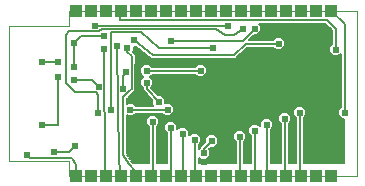
<source format=gbl>
G75*
%MOIN*%
%OFA0B0*%
%FSLAX24Y24*%
%IPPOS*%
%LPD*%
%AMOC8*
5,1,8,0,0,1.08239X$1,22.5*
%
%ADD10C,0.0000*%
%ADD11R,0.0396X0.0396*%
%ADD12C,0.0240*%
%ADD13C,0.0051*%
D10*
X001026Y001006D02*
X003026Y001006D01*
X003026Y000506D01*
X012626Y000506D01*
X012626Y006006D01*
X003026Y006006D01*
X003026Y005506D01*
X001026Y005506D01*
X001026Y001006D01*
D11*
X003275Y000505D03*
X003776Y000506D03*
X004276Y000506D03*
X004776Y000506D03*
X005276Y000506D03*
X005776Y000506D03*
X006276Y000506D03*
X006776Y000506D03*
X007276Y000506D03*
X007776Y000506D03*
X008276Y000506D03*
X008776Y000506D03*
X009276Y000506D03*
X009776Y000506D03*
X010276Y000506D03*
X010776Y000506D03*
X011276Y000506D03*
X011776Y000506D03*
X011776Y006006D03*
X011276Y006006D03*
X010776Y006006D03*
X010276Y006006D03*
X009776Y006006D03*
X009276Y006006D03*
X008776Y006006D03*
X008276Y006006D03*
X007776Y006006D03*
X007276Y006006D03*
X006776Y006006D03*
X006276Y006006D03*
X005776Y006006D03*
X005276Y006006D03*
X004776Y006006D03*
X004276Y006006D03*
X003776Y006006D03*
X003276Y006006D03*
D12*
X003906Y005506D03*
X004192Y005155D03*
X004642Y004815D03*
X004982Y004755D03*
X005213Y005034D03*
X004214Y004720D03*
X003198Y004910D03*
X002673Y004306D03*
X002126Y004306D03*
X002657Y003801D03*
X003206Y003706D03*
X004046Y003466D03*
X004826Y003406D03*
X005226Y003106D03*
X005083Y002706D03*
X004444Y002708D03*
X003998Y002590D03*
X005826Y002306D03*
X006426Y002106D03*
X006826Y001906D03*
X007226Y001706D03*
X007786Y001666D03*
X007526Y001246D03*
X007526Y000946D03*
X008426Y001106D03*
X008726Y001806D03*
X009226Y002006D03*
X009626Y002206D03*
X010226Y002406D03*
X010726Y002606D03*
X011826Y003206D03*
X012226Y002606D03*
X011326Y001106D03*
X006326Y002706D03*
X006023Y002956D03*
X005626Y003606D03*
X005626Y004006D03*
X004929Y003961D03*
X003199Y004110D03*
X006426Y005006D03*
X007826Y004755D03*
X008826Y005406D03*
X009226Y005406D03*
X008326Y005506D03*
X010026Y004906D03*
X010926Y004706D03*
X011926Y004706D03*
X007426Y004006D03*
X003226Y001482D03*
X002526Y001306D03*
X001626Y001206D03*
X002126Y002206D03*
D13*
X002653Y002201D01*
X002657Y003801D01*
X002926Y003606D02*
X002926Y005206D01*
X003046Y005326D01*
X004046Y005326D01*
X004126Y005406D01*
X007926Y005406D01*
X008226Y005206D01*
X008526Y005206D01*
X008826Y005406D01*
X008826Y005006D02*
X009226Y005406D01*
X009376Y005575D02*
X011571Y005575D01*
X011794Y005351D01*
X011794Y004894D01*
X011700Y004799D01*
X011700Y004612D01*
X011832Y004480D01*
X012019Y004480D01*
X012094Y004556D01*
X012094Y002794D01*
X012000Y002699D01*
X012000Y002512D01*
X012132Y002380D01*
X012200Y002380D01*
X012200Y000931D01*
X010857Y000931D01*
X010857Y002418D01*
X010951Y002512D01*
X010951Y002699D01*
X010819Y002831D01*
X010632Y002831D01*
X010500Y002699D01*
X010500Y002512D01*
X010594Y002418D01*
X010594Y000931D01*
X010357Y000931D01*
X010357Y002218D01*
X010451Y002312D01*
X010451Y002499D01*
X010319Y002631D01*
X010132Y002631D01*
X010000Y002499D01*
X010000Y002312D01*
X010094Y002218D01*
X010094Y000931D01*
X009757Y000931D01*
X009757Y002018D01*
X009851Y002112D01*
X009851Y002299D01*
X009719Y002431D01*
X009532Y002431D01*
X009400Y002299D01*
X009400Y002150D01*
X009319Y002231D01*
X009132Y002231D01*
X009000Y002099D01*
X009000Y001912D01*
X009094Y001818D01*
X009094Y000931D01*
X008857Y000931D01*
X008857Y001618D01*
X008951Y001712D01*
X008951Y001899D01*
X008819Y002031D01*
X008632Y002031D01*
X008500Y001899D01*
X008500Y001712D01*
X008594Y001618D01*
X008594Y000931D01*
X007357Y000931D01*
X007357Y001096D01*
X007432Y001020D01*
X007619Y001020D01*
X007751Y001152D01*
X007751Y001339D01*
X007698Y001393D01*
X007746Y001440D01*
X007879Y001440D01*
X008011Y001572D01*
X008011Y001759D01*
X007879Y001891D01*
X007692Y001891D01*
X007560Y001759D01*
X007560Y001626D01*
X007394Y001460D01*
X007394Y001434D01*
X007357Y001396D01*
X007357Y001518D01*
X007451Y001612D01*
X007451Y001799D01*
X007319Y001931D01*
X007132Y001931D01*
X007051Y001850D01*
X007051Y001999D01*
X006919Y002131D01*
X006732Y002131D01*
X006651Y002050D01*
X006651Y002199D01*
X006519Y002331D01*
X006332Y002331D01*
X006200Y002199D01*
X006200Y002012D01*
X006294Y001918D01*
X006294Y000931D01*
X005957Y000931D01*
X005957Y002118D01*
X006051Y002212D01*
X006051Y002399D01*
X009500Y002399D01*
X009450Y002349D02*
X006051Y002349D01*
X006051Y002299D02*
X006300Y002299D01*
X006250Y002250D02*
X006051Y002250D01*
X006039Y002200D02*
X006201Y002200D01*
X006200Y002150D02*
X005989Y002150D01*
X005957Y002101D02*
X006200Y002101D01*
X006200Y002051D02*
X005957Y002051D01*
X005957Y002001D02*
X006211Y002001D01*
X006261Y001952D02*
X005957Y001952D01*
X005957Y001902D02*
X006294Y001902D01*
X006294Y001852D02*
X005957Y001852D01*
X005957Y001803D02*
X006294Y001803D01*
X006294Y001753D02*
X005957Y001753D01*
X005957Y001703D02*
X006294Y001703D01*
X006294Y001654D02*
X005957Y001654D01*
X005957Y001604D02*
X006294Y001604D01*
X006294Y001554D02*
X005957Y001554D01*
X005957Y001505D02*
X006294Y001505D01*
X006294Y001455D02*
X005957Y001455D01*
X005957Y001405D02*
X006294Y001405D01*
X006294Y001355D02*
X005957Y001355D01*
X005957Y001306D02*
X006294Y001306D01*
X006294Y001256D02*
X005957Y001256D01*
X005957Y001206D02*
X006294Y001206D01*
X006294Y001157D02*
X005957Y001157D01*
X005957Y001107D02*
X006294Y001107D01*
X006294Y001057D02*
X005957Y001057D01*
X005957Y001008D02*
X006294Y001008D01*
X006294Y000958D02*
X005957Y000958D01*
X005694Y000958D02*
X005152Y000958D01*
X005132Y000983D02*
X005173Y000931D01*
X005694Y000931D01*
X005694Y002118D01*
X005600Y002212D01*
X005600Y002399D01*
X004957Y002399D01*
X004957Y002448D02*
X005649Y002448D01*
X005600Y002399D02*
X005732Y002531D01*
X005919Y002531D01*
X006051Y002399D01*
X006002Y002448D02*
X010000Y002448D01*
X010000Y002399D02*
X009752Y002399D01*
X009801Y002349D02*
X010000Y002349D01*
X010013Y002299D02*
X009851Y002299D01*
X009851Y002250D02*
X010063Y002250D01*
X010094Y002200D02*
X009851Y002200D01*
X009851Y002150D02*
X010094Y002150D01*
X010094Y002101D02*
X009839Y002101D01*
X009790Y002051D02*
X010094Y002051D01*
X010094Y002001D02*
X009757Y002001D01*
X009757Y001952D02*
X010094Y001952D01*
X010094Y001902D02*
X009757Y001902D01*
X009757Y001852D02*
X010094Y001852D01*
X010094Y001803D02*
X009757Y001803D01*
X009757Y001753D02*
X010094Y001753D01*
X010094Y001703D02*
X009757Y001703D01*
X009757Y001654D02*
X010094Y001654D01*
X010094Y001604D02*
X009757Y001604D01*
X009757Y001554D02*
X010094Y001554D01*
X010094Y001505D02*
X009757Y001505D01*
X009757Y001455D02*
X010094Y001455D01*
X010094Y001405D02*
X009757Y001405D01*
X009757Y001355D02*
X010094Y001355D01*
X010094Y001306D02*
X009757Y001306D01*
X009757Y001256D02*
X010094Y001256D01*
X010094Y001206D02*
X009757Y001206D01*
X009757Y001157D02*
X010094Y001157D01*
X010094Y001107D02*
X009757Y001107D01*
X009757Y001057D02*
X010094Y001057D01*
X010094Y001008D02*
X009757Y001008D01*
X009757Y000958D02*
X010094Y000958D01*
X010357Y000958D02*
X010594Y000958D01*
X010594Y001008D02*
X010357Y001008D01*
X010357Y001057D02*
X010594Y001057D01*
X010594Y001107D02*
X010357Y001107D01*
X010357Y001157D02*
X010594Y001157D01*
X010594Y001206D02*
X010357Y001206D01*
X010357Y001256D02*
X010594Y001256D01*
X010594Y001306D02*
X010357Y001306D01*
X010357Y001355D02*
X010594Y001355D01*
X010594Y001405D02*
X010357Y001405D01*
X010357Y001455D02*
X010594Y001455D01*
X010594Y001505D02*
X010357Y001505D01*
X010357Y001554D02*
X010594Y001554D01*
X010594Y001604D02*
X010357Y001604D01*
X010357Y001654D02*
X010594Y001654D01*
X010594Y001703D02*
X010357Y001703D01*
X010357Y001753D02*
X010594Y001753D01*
X010594Y001803D02*
X010357Y001803D01*
X010357Y001852D02*
X010594Y001852D01*
X010594Y001902D02*
X010357Y001902D01*
X010357Y001952D02*
X010594Y001952D01*
X010594Y002001D02*
X010357Y002001D01*
X010357Y002051D02*
X010594Y002051D01*
X010594Y002101D02*
X010357Y002101D01*
X010357Y002150D02*
X010594Y002150D01*
X010594Y002200D02*
X010357Y002200D01*
X010389Y002250D02*
X010594Y002250D01*
X010594Y002299D02*
X010438Y002299D01*
X010451Y002349D02*
X010594Y002349D01*
X010594Y002399D02*
X010451Y002399D01*
X010451Y002448D02*
X010564Y002448D01*
X010514Y002498D02*
X010451Y002498D01*
X010403Y002548D02*
X010500Y002548D01*
X010500Y002598D02*
X010353Y002598D01*
X010500Y002647D02*
X006551Y002647D01*
X006551Y002612D02*
X006551Y002799D01*
X006419Y002931D01*
X006249Y002931D01*
X006249Y003050D01*
X006116Y003182D01*
X005999Y003182D01*
X005774Y003436D01*
X005851Y003512D01*
X005851Y003699D01*
X005745Y003806D01*
X005813Y003875D01*
X007238Y003875D01*
X007332Y003780D01*
X007519Y003780D01*
X007651Y003912D01*
X007651Y004099D01*
X007519Y004231D01*
X007332Y004231D01*
X007238Y004137D01*
X005813Y004137D01*
X005719Y004231D01*
X005532Y004231D01*
X005400Y004099D01*
X005400Y003912D01*
X005507Y003806D01*
X005400Y003699D01*
X005400Y003512D01*
X005494Y003418D01*
X005494Y003410D01*
X005491Y003360D01*
X005494Y003356D01*
X005494Y003351D01*
X005530Y003316D01*
X005797Y003013D01*
X005797Y002863D01*
X005823Y002837D01*
X005271Y002837D01*
X005177Y002931D01*
X004990Y002931D01*
X004957Y002898D01*
X004957Y003051D01*
X004966Y003051D01*
X004995Y003079D01*
X005029Y003102D01*
X005032Y003117D01*
X005064Y003149D01*
X005070Y003149D01*
X005102Y003186D01*
X005137Y003221D01*
X005137Y003227D01*
X005162Y003257D01*
X005180Y003275D01*
X005257Y003351D01*
X005257Y004540D01*
X005171Y004625D01*
X005208Y004662D01*
X005208Y004809D01*
X005277Y004809D01*
X005737Y004420D01*
X005771Y004386D01*
X005257Y004386D01*
X005257Y004336D02*
X012094Y004336D01*
X012094Y004287D02*
X005257Y004287D01*
X005257Y004237D02*
X012094Y004237D01*
X012094Y004187D02*
X007563Y004187D01*
X007613Y004138D02*
X012094Y004138D01*
X012094Y004088D02*
X007651Y004088D01*
X007651Y004038D02*
X012094Y004038D01*
X012094Y003989D02*
X007651Y003989D01*
X007651Y003939D02*
X012094Y003939D01*
X012094Y003889D02*
X007628Y003889D01*
X007578Y003840D02*
X012094Y003840D01*
X012094Y003790D02*
X007529Y003790D01*
X007323Y003790D02*
X005761Y003790D01*
X005778Y003840D02*
X007273Y003840D01*
X007426Y004006D02*
X005626Y004006D01*
X005400Y003989D02*
X005257Y003989D01*
X005257Y004038D02*
X005400Y004038D01*
X005400Y004088D02*
X005257Y004088D01*
X005257Y004138D02*
X005438Y004138D01*
X005488Y004187D02*
X005257Y004187D01*
X005226Y004206D02*
X005426Y004406D01*
X010626Y004406D01*
X010926Y004706D01*
X010251Y004812D02*
X010119Y004680D01*
X009932Y004680D01*
X009838Y004775D01*
X008979Y004775D01*
X008618Y004424D01*
X008580Y004386D01*
X012094Y004386D01*
X012094Y004436D02*
X008630Y004436D01*
X008580Y004386D02*
X008579Y004386D01*
X008578Y004385D01*
X008525Y004386D01*
X005831Y004386D01*
X005782Y004382D01*
X005778Y004386D01*
X005771Y004386D01*
X005719Y004436D02*
X005257Y004436D01*
X005257Y004485D02*
X005660Y004485D01*
X005601Y004535D02*
X005257Y004535D01*
X005212Y004585D02*
X005542Y004585D01*
X005483Y004634D02*
X005180Y004634D01*
X005208Y004684D02*
X005424Y004684D01*
X005366Y004734D02*
X005208Y004734D01*
X005208Y004783D02*
X005307Y004783D01*
X004982Y004755D02*
X004982Y004629D01*
X005126Y004486D01*
X005126Y003406D01*
X005066Y003346D01*
X005006Y003276D01*
X004912Y003182D01*
X004826Y003126D01*
X004826Y001206D01*
X005026Y000906D01*
X005226Y000656D01*
X005276Y000506D01*
X005776Y000506D02*
X005826Y000556D01*
X005826Y002306D01*
X005662Y002150D02*
X004957Y002150D01*
X004957Y002101D02*
X005694Y002101D01*
X005694Y002051D02*
X004957Y002051D01*
X004957Y002001D02*
X005694Y002001D01*
X005694Y001952D02*
X004957Y001952D01*
X004957Y001902D02*
X005694Y001902D01*
X005694Y001852D02*
X004957Y001852D01*
X004957Y001803D02*
X005694Y001803D01*
X005694Y001753D02*
X004957Y001753D01*
X004957Y001703D02*
X005694Y001703D01*
X005694Y001654D02*
X004957Y001654D01*
X004957Y001604D02*
X005694Y001604D01*
X005694Y001554D02*
X004957Y001554D01*
X004957Y001505D02*
X005694Y001505D01*
X005694Y001455D02*
X004957Y001455D01*
X004957Y001405D02*
X005694Y001405D01*
X005694Y001355D02*
X004957Y001355D01*
X004957Y001306D02*
X005694Y001306D01*
X005694Y001256D02*
X004957Y001256D01*
X004957Y001246D02*
X004957Y002513D01*
X004990Y002480D01*
X005177Y002480D01*
X005271Y002575D01*
X006138Y002575D01*
X006232Y002480D01*
X006419Y002480D01*
X006551Y002612D01*
X006536Y002598D02*
X010098Y002598D01*
X010049Y002548D02*
X006487Y002548D01*
X006437Y002498D02*
X010000Y002498D01*
X010226Y002406D02*
X010226Y000556D01*
X010276Y000506D01*
X010726Y000556D02*
X010776Y000506D01*
X010726Y000556D02*
X010726Y002606D01*
X010951Y002598D02*
X012000Y002598D01*
X012000Y002647D02*
X010951Y002647D01*
X010951Y002697D02*
X012000Y002697D01*
X012047Y002747D02*
X010904Y002747D01*
X010854Y002796D02*
X012094Y002796D01*
X012094Y002846D02*
X006505Y002846D01*
X006551Y002796D02*
X010597Y002796D01*
X010547Y002747D02*
X006551Y002747D01*
X006551Y002697D02*
X010500Y002697D01*
X010951Y002548D02*
X012000Y002548D01*
X012014Y002498D02*
X010937Y002498D01*
X010887Y002448D02*
X012064Y002448D01*
X012114Y002399D02*
X010857Y002399D01*
X010857Y002349D02*
X012200Y002349D01*
X012200Y002299D02*
X010857Y002299D01*
X010857Y002250D02*
X012200Y002250D01*
X012200Y002200D02*
X010857Y002200D01*
X010857Y002150D02*
X012200Y002150D01*
X012200Y002101D02*
X010857Y002101D01*
X010857Y002051D02*
X012200Y002051D01*
X012200Y002001D02*
X010857Y002001D01*
X010857Y001952D02*
X012200Y001952D01*
X012200Y001902D02*
X010857Y001902D01*
X010857Y001852D02*
X012200Y001852D01*
X012200Y001803D02*
X010857Y001803D01*
X010857Y001753D02*
X012200Y001753D01*
X012200Y001703D02*
X010857Y001703D01*
X010857Y001654D02*
X012200Y001654D01*
X012200Y001604D02*
X010857Y001604D01*
X010857Y001554D02*
X012200Y001554D01*
X012200Y001505D02*
X010857Y001505D01*
X010857Y001455D02*
X012200Y001455D01*
X012200Y001405D02*
X010857Y001405D01*
X010857Y001355D02*
X012200Y001355D01*
X012200Y001306D02*
X010857Y001306D01*
X010857Y001256D02*
X012200Y001256D01*
X012200Y001206D02*
X010857Y001206D01*
X010857Y001157D02*
X012200Y001157D01*
X012200Y001107D02*
X010857Y001107D01*
X010857Y001057D02*
X012200Y001057D01*
X012200Y001008D02*
X010857Y001008D01*
X010857Y000958D02*
X012200Y000958D01*
X011826Y001406D02*
X011326Y001106D01*
X011826Y001406D02*
X011826Y003206D01*
X012094Y003194D02*
X005988Y003194D01*
X005944Y003243D02*
X012094Y003243D01*
X012094Y003293D02*
X005900Y003293D01*
X005856Y003343D02*
X012094Y003343D01*
X012094Y003392D02*
X005813Y003392D01*
X005781Y003442D02*
X012094Y003442D01*
X012094Y003492D02*
X005831Y003492D01*
X005851Y003541D02*
X012094Y003541D01*
X012094Y003591D02*
X005851Y003591D01*
X005851Y003641D02*
X012094Y003641D01*
X012094Y003691D02*
X005851Y003691D01*
X005810Y003740D02*
X012094Y003740D01*
X012094Y003144D02*
X006154Y003144D01*
X006204Y003094D02*
X012094Y003094D01*
X012094Y003045D02*
X006249Y003045D01*
X006249Y002995D02*
X012094Y002995D01*
X012094Y002945D02*
X006249Y002945D01*
X006023Y002956D02*
X005626Y003406D01*
X005626Y003606D01*
X005400Y003591D02*
X005257Y003591D01*
X005257Y003541D02*
X005400Y003541D01*
X005421Y003492D02*
X005257Y003492D01*
X005257Y003442D02*
X005470Y003442D01*
X005493Y003392D02*
X005257Y003392D01*
X005248Y003343D02*
X005503Y003343D01*
X005550Y003293D02*
X005198Y003293D01*
X005180Y003275D02*
X005180Y003275D01*
X005151Y003243D02*
X005594Y003243D01*
X005638Y003194D02*
X005109Y003194D01*
X005060Y003144D02*
X005682Y003144D01*
X005726Y003094D02*
X005018Y003094D01*
X004957Y003045D02*
X005770Y003045D01*
X005797Y002995D02*
X004957Y002995D01*
X004957Y002945D02*
X005797Y002945D01*
X005797Y002896D02*
X005212Y002896D01*
X005262Y002846D02*
X005814Y002846D01*
X006165Y002548D02*
X005244Y002548D01*
X005195Y002498D02*
X005699Y002498D01*
X005600Y002349D02*
X004957Y002349D01*
X004957Y002299D02*
X005600Y002299D01*
X005600Y002250D02*
X004957Y002250D01*
X004957Y002200D02*
X005612Y002200D01*
X005952Y002498D02*
X006214Y002498D01*
X006326Y002706D02*
X005083Y002706D01*
X004972Y002498D02*
X004957Y002498D01*
X004444Y002708D02*
X004426Y005306D01*
X005426Y005306D01*
X006026Y004755D01*
X007826Y004755D01*
X008526Y004517D02*
X005826Y004517D01*
X005213Y005034D01*
X004642Y004815D02*
X004691Y000981D01*
X004776Y000506D01*
X004276Y000506D02*
X004226Y000556D01*
X004214Y004720D01*
X004192Y005155D02*
X003443Y005155D01*
X003198Y004910D01*
X003199Y004110D01*
X002673Y004306D02*
X002126Y004306D01*
X003206Y003706D02*
X003806Y003706D01*
X004046Y003466D01*
X003926Y003306D02*
X003226Y003306D01*
X002926Y003606D01*
X003926Y003306D02*
X003993Y003197D01*
X003998Y002590D01*
X005226Y003106D02*
X005226Y004206D01*
X005257Y003939D02*
X005400Y003939D01*
X005423Y003889D02*
X005257Y003889D01*
X005257Y003840D02*
X005473Y003840D01*
X005491Y003790D02*
X005257Y003790D01*
X005257Y003740D02*
X005441Y003740D01*
X005400Y003691D02*
X005257Y003691D01*
X005257Y003641D02*
X005400Y003641D01*
X004929Y003961D02*
X004826Y003825D01*
X004826Y003406D01*
X005813Y004138D02*
X007238Y004138D01*
X007288Y004187D02*
X005763Y004187D01*
X006426Y005006D02*
X008826Y005006D01*
X008926Y004906D02*
X008526Y004517D01*
X008681Y004485D02*
X011827Y004485D01*
X011777Y004535D02*
X008732Y004535D01*
X008783Y004585D02*
X011728Y004585D01*
X011700Y004634D02*
X008835Y004634D01*
X008886Y004684D02*
X009928Y004684D01*
X009879Y004734D02*
X008937Y004734D01*
X008926Y004906D02*
X010026Y004906D01*
X010251Y004883D02*
X011784Y004883D01*
X011794Y004933D02*
X010251Y004933D01*
X010251Y004982D02*
X011794Y004982D01*
X011794Y005032D02*
X010219Y005032D01*
X010251Y004999D02*
X010119Y005131D01*
X011794Y005131D01*
X011794Y005082D02*
X010169Y005082D01*
X010119Y005131D02*
X009932Y005131D01*
X009137Y005131D01*
X009186Y005180D02*
X009042Y005037D01*
X009838Y005037D01*
X009932Y005131D01*
X009882Y005082D02*
X009087Y005082D01*
X009186Y005180D02*
X009319Y005180D01*
X009451Y005312D01*
X009451Y005499D01*
X009376Y005575D01*
X009422Y005529D02*
X011617Y005529D01*
X011667Y005479D02*
X009451Y005479D01*
X009451Y005429D02*
X011717Y005429D01*
X011766Y005380D02*
X009451Y005380D01*
X009451Y005330D02*
X011794Y005330D01*
X011794Y005280D02*
X009419Y005280D01*
X009369Y005231D02*
X011794Y005231D01*
X011794Y005181D02*
X009320Y005181D01*
X010251Y004999D02*
X010251Y004812D01*
X010251Y004833D02*
X011734Y004833D01*
X011700Y004783D02*
X010222Y004783D01*
X010173Y004734D02*
X011700Y004734D01*
X011700Y004684D02*
X010123Y004684D01*
X011926Y004706D02*
X011926Y005406D01*
X011626Y005706D01*
X004726Y005706D01*
X004726Y005956D01*
X004776Y006006D01*
X003906Y005506D02*
X008326Y005506D01*
X011776Y006006D02*
X012226Y005556D01*
X012226Y002606D01*
X012094Y002896D02*
X006455Y002896D01*
X006551Y002299D02*
X009400Y002299D01*
X009400Y002250D02*
X006601Y002250D01*
X006650Y002200D02*
X009101Y002200D01*
X009051Y002150D02*
X006651Y002150D01*
X006651Y002101D02*
X006701Y002101D01*
X006651Y002051D02*
X006652Y002051D01*
X006426Y002106D02*
X006426Y000656D01*
X006276Y000506D01*
X006776Y000506D02*
X006826Y000556D01*
X006826Y001906D01*
X007051Y001902D02*
X007103Y001902D01*
X007053Y001852D02*
X007051Y001852D01*
X007051Y001952D02*
X008552Y001952D01*
X008503Y001902D02*
X007348Y001902D01*
X007398Y001852D02*
X007653Y001852D01*
X007603Y001803D02*
X007448Y001803D01*
X007451Y001753D02*
X007560Y001753D01*
X007560Y001703D02*
X007451Y001703D01*
X007451Y001654D02*
X007560Y001654D01*
X007538Y001604D02*
X007443Y001604D01*
X007488Y001554D02*
X007393Y001554D01*
X007357Y001505D02*
X007439Y001505D01*
X007394Y001455D02*
X007357Y001455D01*
X007357Y001405D02*
X007366Y001405D01*
X007526Y001406D02*
X007786Y001666D01*
X007943Y001505D02*
X008594Y001505D01*
X008594Y001554D02*
X007993Y001554D01*
X008011Y001604D02*
X008594Y001604D01*
X008559Y001654D02*
X008011Y001654D01*
X008011Y001703D02*
X008509Y001703D01*
X008500Y001753D02*
X008011Y001753D01*
X007968Y001803D02*
X008500Y001803D01*
X008500Y001852D02*
X007918Y001852D01*
X008602Y002001D02*
X007049Y002001D01*
X006999Y002051D02*
X009000Y002051D01*
X009000Y002001D02*
X008849Y002001D01*
X008899Y001952D02*
X009000Y001952D01*
X009010Y001902D02*
X008948Y001902D01*
X008951Y001852D02*
X009060Y001852D01*
X009094Y001803D02*
X008951Y001803D01*
X008951Y001753D02*
X009094Y001753D01*
X009094Y001703D02*
X008942Y001703D01*
X008892Y001654D02*
X009094Y001654D01*
X009094Y001604D02*
X008857Y001604D01*
X008857Y001554D02*
X009094Y001554D01*
X009094Y001505D02*
X008857Y001505D01*
X008857Y001455D02*
X009094Y001455D01*
X009094Y001405D02*
X008857Y001405D01*
X008857Y001355D02*
X009094Y001355D01*
X009094Y001306D02*
X008857Y001306D01*
X008857Y001256D02*
X009094Y001256D01*
X009094Y001206D02*
X008857Y001206D01*
X008857Y001157D02*
X009094Y001157D01*
X009094Y001107D02*
X008857Y001107D01*
X008857Y001057D02*
X009094Y001057D01*
X009094Y001008D02*
X008857Y001008D01*
X008857Y000958D02*
X009094Y000958D01*
X008594Y000958D02*
X007357Y000958D01*
X007357Y001008D02*
X008594Y001008D01*
X008594Y001057D02*
X007656Y001057D01*
X007706Y001107D02*
X008594Y001107D01*
X008594Y001157D02*
X007751Y001157D01*
X007751Y001206D02*
X008594Y001206D01*
X008594Y001256D02*
X007751Y001256D01*
X007751Y001306D02*
X008594Y001306D01*
X008594Y001355D02*
X007735Y001355D01*
X007710Y001405D02*
X008594Y001405D01*
X008594Y001455D02*
X007894Y001455D01*
X007526Y001406D02*
X007526Y001246D01*
X007395Y001057D02*
X007357Y001057D01*
X007526Y000946D02*
X008266Y000946D01*
X008426Y001106D01*
X008726Y000556D02*
X008776Y000506D01*
X008726Y000556D02*
X008726Y001806D01*
X009226Y002006D02*
X009226Y000556D01*
X009276Y000506D01*
X009626Y000656D02*
X009776Y000506D01*
X009626Y000656D02*
X009626Y002206D01*
X009400Y002200D02*
X009350Y002200D01*
X009001Y002101D02*
X006950Y002101D01*
X007226Y001706D02*
X007226Y000556D01*
X007276Y000506D01*
X005694Y001008D02*
X005115Y001008D01*
X005132Y000983D02*
X004957Y001246D01*
X004983Y001206D02*
X005694Y001206D01*
X005694Y001157D02*
X005016Y001157D01*
X005049Y001107D02*
X005694Y001107D01*
X005694Y001057D02*
X005082Y001057D01*
X003275Y000857D02*
X003275Y000505D01*
X003275Y000857D02*
X003142Y001081D01*
X001728Y001081D01*
X001626Y001206D01*
X002526Y001306D02*
X003026Y001306D01*
X003226Y001482D01*
X012024Y004485D02*
X012094Y004485D01*
X012094Y004535D02*
X012074Y004535D01*
M02*

</source>
